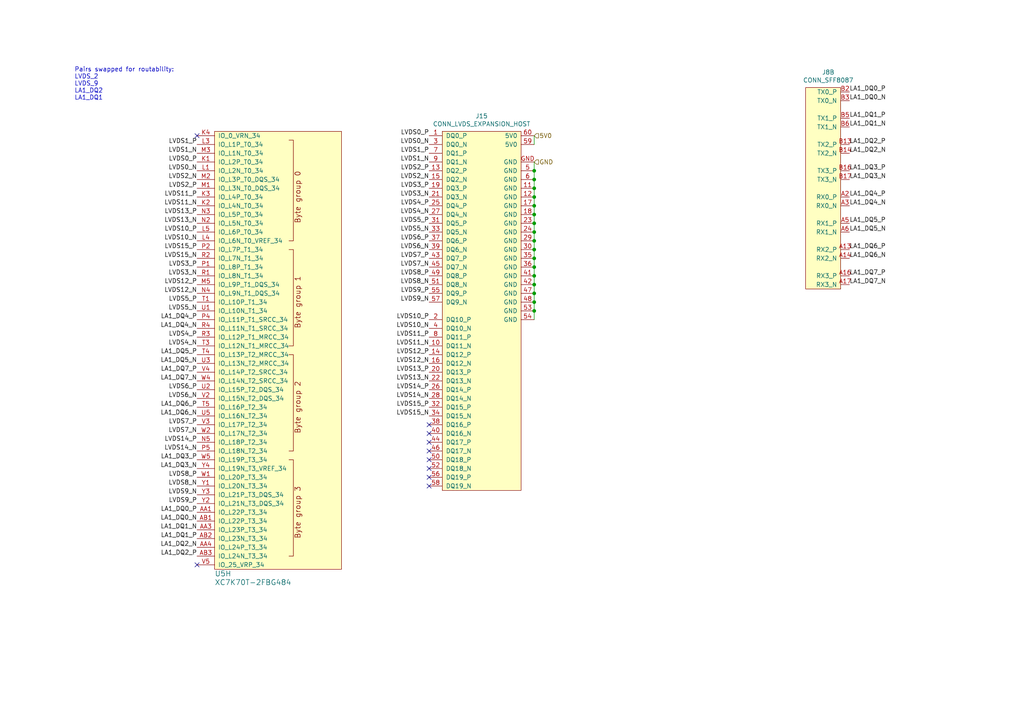
<source format=kicad_sch>
(kicad_sch (version 20211123) (generator eeschema)
  (paper "A4")
  (title_block (title "SATA sniffer") (date "2022-02-15") (rev "0.1") (comment 1 "Andrew D. Zonenberg"))
  (junction (at 154.94 49.53))
  (junction (at 154.94 77.47))
  (junction (at 154.94 57.15))
  (junction (at 154.94 82.55))
  (junction (at 154.94 52.07))
  (junction (at 154.94 59.69))
  (junction (at 154.94 69.85))
  (junction (at 154.94 80.01))
  (junction (at 154.94 85.09))
  (junction (at 154.94 74.93))
  (junction (at 154.94 62.23))
  (junction (at 154.94 90.17))
  (junction (at 154.94 87.63))
  (junction (at 154.94 72.39))
  (junction (at 154.94 64.77))
  (junction (at 154.94 67.31))
  (junction (at 154.94 54.61))
  (no_connect (at 124.46 123.19))
  (no_connect (at 124.46 140.97))
  (no_connect (at 124.46 128.27))
  (no_connect (at 124.46 133.35))
  (no_connect (at 57.15 163.83))
  (no_connect (at 124.46 125.73))
  (no_connect (at 124.46 135.89))
  (no_connect (at 124.46 138.43))
  (no_connect (at 124.46 130.81))
  (no_connect (at 57.15 39.37))
  (wire (pts (xy 154.94 46.99) (xy 154.94 49.53)))
  (wire (pts (xy 154.94 74.93) (xy 154.94 77.47)))
  (wire (pts (xy 154.94 57.15) (xy 154.94 59.69)))
  (wire (pts (xy 154.94 69.85) (xy 154.94 72.39)))
  (wire (pts (xy 154.94 39.37) (xy 154.94 41.91)))
  (wire (pts (xy 154.94 82.55) (xy 154.94 85.09)))
  (wire (pts (xy 154.94 64.77) (xy 154.94 67.31)))
  (wire (pts (xy 154.94 62.23) (xy 154.94 64.77)))
  (wire (pts (xy 154.94 80.01) (xy 154.94 82.55)))
  (wire (pts (xy 154.94 52.07) (xy 154.94 54.61)))
  (wire (pts (xy 154.94 77.47) (xy 154.94 80.01)))
  (wire (pts (xy 154.94 72.39) (xy 154.94 74.93)))
  (wire (pts (xy 154.94 85.09) (xy 154.94 87.63)))
  (wire (pts (xy 154.94 49.53) (xy 154.94 52.07)))
  (wire (pts (xy 154.94 90.17) (xy 154.94 92.71)))
  (wire (pts (xy 154.94 59.69) (xy 154.94 62.23)))
  (wire (pts (xy 154.94 54.61) (xy 154.94 57.15)))
  (wire (pts (xy 154.94 87.63) (xy 154.94 90.17)))
  (wire (pts (xy 154.94 67.31) (xy 154.94 69.85)))
  (text "Pairs swapped for routability:\nLVDS_2\nLVDS_9\nLA1_DQ2\nLA1_DQ1" (at 21.59 29.21 0) (effects (font (size 1.27 1.27)) (justify left bottom)))
  (label "LVDS1_P" (at 124.46 44.45 180))
  (label "LVDS0_N" (at 124.46 41.91 180))
  (label "LA1_DQ6_P" (at 57.15 118.11 180))
  (label "LVDS14_N" (at 57.15 130.81 180))
  (label "LVDS3_P" (at 124.46 54.61 180))
  (label "LVDS12_N" (at 124.46 105.41 180))
  (label "LVDS6_N" (at 124.46 72.39 180))
  (label "LVDS1_N" (at 57.15 44.45 180))
  (label "LVDS14_P" (at 57.15 128.27 180))
  (label "LVDS5_P" (at 124.46 64.77 180))
  (label "LVDS12_P" (at 57.15 82.55 180))
  (label "LVDS12_P" (at 124.46 102.87 180))
  (label "LVDS9_N" (at 57.15 143.51 180))
  (label "LVDS4_N" (at 124.46 62.23 180))
  (label "LVDS9_P" (at 57.15 146.05 180))
  (label "LA1_DQ5_N" (at 246.38 67.31 0))
  (label "LVDS8_N" (at 57.15 140.97 180))
  (label "LVDS5_P" (at 57.15 87.63 180))
  (label "LA1_DQ0_N" (at 57.15 151.13 180))
  (label "LA1_DQ2_P" (at 57.15 161.29 180))
  (label "LVDS4_N" (at 57.15 100.33 180))
  (label "LVDS8_N" (at 124.46 82.55 180))
  (label "LVDS7_P" (at 124.46 74.93 180))
  (label "LVDS2_P" (at 124.46 49.53 180))
  (label "LA1_DQ7_P" (at 246.38 80.01 0))
  (label "LA1_DQ6_P" (at 246.38 72.39 0))
  (label "LA1_DQ4_P" (at 57.15 92.71 180))
  (label "LVDS9_N" (at 124.46 87.63 180))
  (label "LVDS4_P" (at 57.15 97.79 180))
  (label "LVDS1_P" (at 57.15 41.91 180))
  (label "LA1_DQ0_P" (at 57.15 148.59 180))
  (label "LA1_DQ1_P" (at 246.38 34.29 0))
  (label "LVDS15_N" (at 124.46 120.65 180))
  (label "LA1_DQ1_N" (at 57.15 153.67 180))
  (label "LVDS1_N" (at 124.46 46.99 180))
  (label "LVDS14_P" (at 124.46 113.03 180))
  (label "LVDS9_P" (at 124.46 85.09 180))
  (label "LVDS7_P" (at 57.15 123.19 180))
  (label "LVDS2_N" (at 57.15 52.07 180))
  (label "LVDS6_P" (at 57.15 113.03 180))
  (label "LA1_DQ1_N" (at 246.38 36.83 0))
  (label "LA1_DQ6_N" (at 57.15 120.65 180))
  (label "LA1_DQ3_N" (at 57.15 135.89 180))
  (label "LVDS13_N" (at 57.15 64.77 180))
  (label "LA1_DQ2_N" (at 246.38 44.45 0))
  (label "LA1_DQ6_N" (at 246.38 74.93 0))
  (label "LVDS14_N" (at 124.46 115.57 180))
  (label "LA1_DQ5_N" (at 57.15 105.41 180))
  (label "LA1_DQ0_P" (at 246.38 26.67 0))
  (label "LA1_DQ2_P" (at 246.38 41.91 0))
  (label "LVDS0_P" (at 57.15 46.99 180))
  (label "LVDS12_N" (at 57.15 85.09 180))
  (label "LVDS15_N" (at 57.15 74.93 180))
  (label "LVDS3_N" (at 57.15 80.01 180))
  (label "LA1_DQ7_N" (at 57.15 110.49 180))
  (label "LA1_DQ7_P" (at 57.15 107.95 180))
  (label "LVDS6_N" (at 57.15 115.57 180))
  (label "LA1_DQ5_P" (at 246.38 64.77 0))
  (label "LVDS13_N" (at 124.46 110.49 180))
  (label "LA1_DQ3_N" (at 246.38 52.07 0))
  (label "LVDS7_N" (at 124.46 77.47 180))
  (label "LA1_DQ3_P" (at 246.38 49.53 0))
  (label "LA1_DQ0_N" (at 246.38 29.21 0))
  (label "LA1_DQ1_P" (at 57.15 156.21 180))
  (label "LA1_DQ4_P" (at 246.38 57.15 0))
  (label "LVDS0_N" (at 57.15 49.53 180))
  (label "LA1_DQ2_N" (at 57.15 158.75 180))
  (label "LVDS3_N" (at 124.46 57.15 180))
  (label "LVDS5_N" (at 124.46 67.31 180))
  (label "LVDS13_P" (at 57.15 62.23 180))
  (label "LVDS3_P" (at 57.15 77.47 180))
  (label "LVDS11_P" (at 124.46 97.79 180))
  (label "LVDS15_P" (at 124.46 118.11 180))
  (label "LVDS10_P" (at 57.15 67.31 180))
  (label "LVDS2_N" (at 124.46 52.07 180))
  (label "LVDS2_P" (at 57.15 54.61 180))
  (label "LVDS10_P" (at 124.46 92.71 180))
  (label "LA1_DQ7_N" (at 246.38 82.55 0))
  (label "LVDS10_N" (at 124.46 95.25 180))
  (label "LA1_DQ4_N" (at 57.15 95.25 180))
  (label "LVDS11_N" (at 124.46 100.33 180))
  (label "LVDS7_N" (at 57.15 125.73 180))
  (label "LVDS15_P" (at 57.15 72.39 180))
  (label "LVDS8_P" (at 124.46 80.01 180))
  (label "LA1_DQ4_N" (at 246.38 59.69 0))
  (label "LVDS0_P" (at 124.46 39.37 180))
  (label "LVDS4_P" (at 124.46 59.69 180))
  (label "LVDS11_N" (at 57.15 59.69 180))
  (label "LA1_DQ3_P" (at 57.15 133.35 180))
  (label "LVDS8_P" (at 57.15 138.43 180))
  (label "LVDS5_N" (at 57.15 90.17 180))
  (label "LA1_DQ5_P" (at 57.15 102.87 180))
  (label "LVDS13_P" (at 124.46 107.95 180))
  (label "LVDS10_N" (at 57.15 69.85 180))
  (label "LVDS6_P" (at 124.46 69.85 180))
  (label "LVDS11_P" (at 57.15 57.15 180))
  (hierarchical_label "5V0" (shape input) (at 154.94 39.37 0))
  (hierarchical_label "GND" (shape input) (at 154.94 46.99 0))
  (symbol (lib_id "xilinx-azonenberg:XC7KxT-FBG484") (at 62.23 163.83 0) (unit 8)
    (property "Reference" "U5" (at 62.23 166.37 0) (effects (font (size 1.524 1.524)) (justify left)))
    (property "Value" "XC7K70T-2FBG484" (at 62.23 168.91 0) (effects (font (size 1.524 1.524)) (justify left)))
    (property "Footprint" "azonenberg_pcb:BGA_484_22x22_FULLARRAY_1MM" (effects hide))
  )
  (symbol (lib_id "special-azonenberg:CONN_SFF8087") (at 243.84 83.82 0) (mirror y) (unit 2)
    (property "Reference" "J8" (at 240.2332 20.955 0))
    (property "Value" "CONN_SFF8087" (at 240.2332 23.2664 0))
    (property "Footprint" "azonenberg_pcb:CONN_SFF8087_MOLEX_75783-0140" (effects hide))
  )
  (symbol (lib_id "special-azonenberg:CONN_LVDS_EXPANSION_HOST") (at 128.27 142.24 0) (unit 1)
    (property "Reference" "J15" (at 139.7 33.655 0))
    (property "Value" "CONN_LVDS_EXPANSION_HOST" (at 139.7 35.9664 0))
    (property "Footprint" "azonenberg_pcb:CONN_SAMTEC_QTH-030-01-L-D-A" (effects hide))
  )
)
</source>
